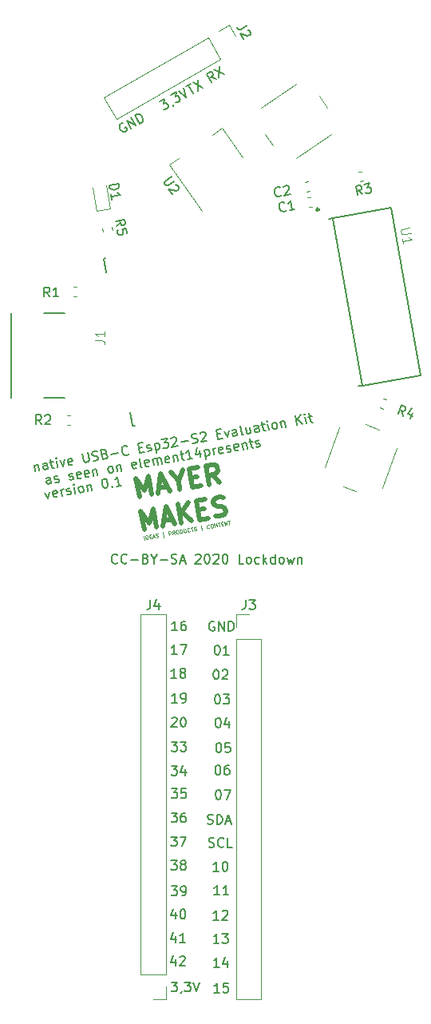
<source format=gbr>
G04 #@! TF.GenerationSoftware,KiCad,Pcbnew,5.1.5+dfsg1-2build2*
G04 #@! TF.CreationDate,2020-11-24T14:56:23+01:00*
G04 #@! TF.ProjectId,GreenEggs_and_Clem,47726565-6e45-4676-9773-5f616e645f43,v0.1*
G04 #@! TF.SameCoordinates,Original*
G04 #@! TF.FileFunction,Legend,Top*
G04 #@! TF.FilePolarity,Positive*
%FSLAX46Y46*%
G04 Gerber Fmt 4.6, Leading zero omitted, Abs format (unit mm)*
G04 Created by KiCad (PCBNEW 5.1.5+dfsg1-2build2) date 2020-11-24 14:56:23*
%MOMM*%
%LPD*%
G04 APERTURE LIST*
%ADD10C,0.150000*%
%ADD11C,0.100000*%
%ADD12C,0.500000*%
%ADD13C,0.127000*%
%ADD14C,0.300000*%
%ADD15C,0.120000*%
%ADD16C,0.015000*%
G04 APERTURE END LIST*
D10*
X135910000Y-102057142D02*
X135862380Y-102104761D01*
X135719523Y-102152380D01*
X135624285Y-102152380D01*
X135481428Y-102104761D01*
X135386190Y-102009523D01*
X135338571Y-101914285D01*
X135290952Y-101723809D01*
X135290952Y-101580952D01*
X135338571Y-101390476D01*
X135386190Y-101295238D01*
X135481428Y-101200000D01*
X135624285Y-101152380D01*
X135719523Y-101152380D01*
X135862380Y-101200000D01*
X135910000Y-101247619D01*
X136910000Y-102057142D02*
X136862380Y-102104761D01*
X136719523Y-102152380D01*
X136624285Y-102152380D01*
X136481428Y-102104761D01*
X136386190Y-102009523D01*
X136338571Y-101914285D01*
X136290952Y-101723809D01*
X136290952Y-101580952D01*
X136338571Y-101390476D01*
X136386190Y-101295238D01*
X136481428Y-101200000D01*
X136624285Y-101152380D01*
X136719523Y-101152380D01*
X136862380Y-101200000D01*
X136910000Y-101247619D01*
X137338571Y-101771428D02*
X138100476Y-101771428D01*
X138910000Y-101628571D02*
X139052857Y-101676190D01*
X139100476Y-101723809D01*
X139148095Y-101819047D01*
X139148095Y-101961904D01*
X139100476Y-102057142D01*
X139052857Y-102104761D01*
X138957619Y-102152380D01*
X138576666Y-102152380D01*
X138576666Y-101152380D01*
X138910000Y-101152380D01*
X139005238Y-101200000D01*
X139052857Y-101247619D01*
X139100476Y-101342857D01*
X139100476Y-101438095D01*
X139052857Y-101533333D01*
X139005238Y-101580952D01*
X138910000Y-101628571D01*
X138576666Y-101628571D01*
X139767142Y-101676190D02*
X139767142Y-102152380D01*
X139433809Y-101152380D02*
X139767142Y-101676190D01*
X140100476Y-101152380D01*
X140433809Y-101771428D02*
X141195714Y-101771428D01*
X141624285Y-102104761D02*
X141767142Y-102152380D01*
X142005238Y-102152380D01*
X142100476Y-102104761D01*
X142148095Y-102057142D01*
X142195714Y-101961904D01*
X142195714Y-101866666D01*
X142148095Y-101771428D01*
X142100476Y-101723809D01*
X142005238Y-101676190D01*
X141814761Y-101628571D01*
X141719523Y-101580952D01*
X141671904Y-101533333D01*
X141624285Y-101438095D01*
X141624285Y-101342857D01*
X141671904Y-101247619D01*
X141719523Y-101200000D01*
X141814761Y-101152380D01*
X142052857Y-101152380D01*
X142195714Y-101200000D01*
X142576666Y-101866666D02*
X143052857Y-101866666D01*
X142481428Y-102152380D02*
X142814761Y-101152380D01*
X143148095Y-102152380D01*
X144195714Y-101247619D02*
X144243333Y-101200000D01*
X144338571Y-101152380D01*
X144576666Y-101152380D01*
X144671904Y-101200000D01*
X144719523Y-101247619D01*
X144767142Y-101342857D01*
X144767142Y-101438095D01*
X144719523Y-101580952D01*
X144148095Y-102152380D01*
X144767142Y-102152380D01*
X145386190Y-101152380D02*
X145481428Y-101152380D01*
X145576666Y-101200000D01*
X145624285Y-101247619D01*
X145671904Y-101342857D01*
X145719523Y-101533333D01*
X145719523Y-101771428D01*
X145671904Y-101961904D01*
X145624285Y-102057142D01*
X145576666Y-102104761D01*
X145481428Y-102152380D01*
X145386190Y-102152380D01*
X145290952Y-102104761D01*
X145243333Y-102057142D01*
X145195714Y-101961904D01*
X145148095Y-101771428D01*
X145148095Y-101533333D01*
X145195714Y-101342857D01*
X145243333Y-101247619D01*
X145290952Y-101200000D01*
X145386190Y-101152380D01*
X146100476Y-101247619D02*
X146148095Y-101200000D01*
X146243333Y-101152380D01*
X146481428Y-101152380D01*
X146576666Y-101200000D01*
X146624285Y-101247619D01*
X146671904Y-101342857D01*
X146671904Y-101438095D01*
X146624285Y-101580952D01*
X146052857Y-102152380D01*
X146671904Y-102152380D01*
X147290952Y-101152380D02*
X147386190Y-101152380D01*
X147481428Y-101200000D01*
X147529047Y-101247619D01*
X147576666Y-101342857D01*
X147624285Y-101533333D01*
X147624285Y-101771428D01*
X147576666Y-101961904D01*
X147529047Y-102057142D01*
X147481428Y-102104761D01*
X147386190Y-102152380D01*
X147290952Y-102152380D01*
X147195714Y-102104761D01*
X147148095Y-102057142D01*
X147100476Y-101961904D01*
X147052857Y-101771428D01*
X147052857Y-101533333D01*
X147100476Y-101342857D01*
X147148095Y-101247619D01*
X147195714Y-101200000D01*
X147290952Y-101152380D01*
X149290952Y-102152380D02*
X148814761Y-102152380D01*
X148814761Y-101152380D01*
X149767142Y-102152380D02*
X149671904Y-102104761D01*
X149624285Y-102057142D01*
X149576666Y-101961904D01*
X149576666Y-101676190D01*
X149624285Y-101580952D01*
X149671904Y-101533333D01*
X149767142Y-101485714D01*
X149910000Y-101485714D01*
X150005238Y-101533333D01*
X150052857Y-101580952D01*
X150100476Y-101676190D01*
X150100476Y-101961904D01*
X150052857Y-102057142D01*
X150005238Y-102104761D01*
X149910000Y-102152380D01*
X149767142Y-102152380D01*
X150957619Y-102104761D02*
X150862380Y-102152380D01*
X150671904Y-102152380D01*
X150576666Y-102104761D01*
X150529047Y-102057142D01*
X150481428Y-101961904D01*
X150481428Y-101676190D01*
X150529047Y-101580952D01*
X150576666Y-101533333D01*
X150671904Y-101485714D01*
X150862380Y-101485714D01*
X150957619Y-101533333D01*
X151386190Y-102152380D02*
X151386190Y-101152380D01*
X151481428Y-101771428D02*
X151767142Y-102152380D01*
X151767142Y-101485714D02*
X151386190Y-101866666D01*
X152624285Y-102152380D02*
X152624285Y-101152380D01*
X152624285Y-102104761D02*
X152529047Y-102152380D01*
X152338571Y-102152380D01*
X152243333Y-102104761D01*
X152195714Y-102057142D01*
X152148095Y-101961904D01*
X152148095Y-101676190D01*
X152195714Y-101580952D01*
X152243333Y-101533333D01*
X152338571Y-101485714D01*
X152529047Y-101485714D01*
X152624285Y-101533333D01*
X153243333Y-102152380D02*
X153148095Y-102104761D01*
X153100476Y-102057142D01*
X153052857Y-101961904D01*
X153052857Y-101676190D01*
X153100476Y-101580952D01*
X153148095Y-101533333D01*
X153243333Y-101485714D01*
X153386190Y-101485714D01*
X153481428Y-101533333D01*
X153529047Y-101580952D01*
X153576666Y-101676190D01*
X153576666Y-101961904D01*
X153529047Y-102057142D01*
X153481428Y-102104761D01*
X153386190Y-102152380D01*
X153243333Y-102152380D01*
X153909999Y-101485714D02*
X154100476Y-102152380D01*
X154290952Y-101676190D01*
X154481428Y-102152380D01*
X154671904Y-101485714D01*
X155052857Y-101485714D02*
X155052857Y-102152380D01*
X155052857Y-101580952D02*
X155100476Y-101533333D01*
X155195714Y-101485714D01*
X155338571Y-101485714D01*
X155433809Y-101533333D01*
X155481428Y-101628571D01*
X155481428Y-102152380D01*
D11*
X138761927Y-99608638D02*
X138692467Y-99214715D01*
X138949509Y-99575562D02*
X138880050Y-99181639D01*
X138973841Y-99165101D01*
X139033423Y-99173937D01*
X139077555Y-99204838D01*
X139102929Y-99239047D01*
X139134917Y-99310772D01*
X139144840Y-99367047D01*
X139139312Y-99445388D01*
X139127169Y-99486212D01*
X139096268Y-99530343D01*
X139043300Y-99559024D01*
X138949509Y-99575562D01*
X139307049Y-99299762D02*
X139438357Y-99276609D01*
X139531015Y-99473027D02*
X139343432Y-99506103D01*
X139273973Y-99112180D01*
X139461555Y-99079104D01*
X139661235Y-99334017D02*
X139848818Y-99300941D01*
X139643564Y-99453182D02*
X139705413Y-99036106D01*
X139906180Y-99406876D01*
X140015421Y-99368272D02*
X140075004Y-99377107D01*
X140168795Y-99360569D01*
X140203004Y-99335196D01*
X140218455Y-99313130D01*
X140230598Y-99272306D01*
X140223982Y-99234790D01*
X140198609Y-99200581D01*
X140176543Y-99185130D01*
X140135719Y-99172987D01*
X140057379Y-99167459D01*
X140016555Y-99155316D01*
X139994489Y-99139865D01*
X139969115Y-99105656D01*
X139962500Y-99068140D01*
X139974643Y-99027316D01*
X139990094Y-99005250D01*
X140024303Y-98979877D01*
X140118094Y-98963339D01*
X140177676Y-98972174D01*
X140829728Y-99379419D02*
X140730501Y-98816672D01*
X141388081Y-99145576D02*
X141318622Y-98751653D01*
X141468687Y-98725193D01*
X141509512Y-98737336D01*
X141531577Y-98752786D01*
X141556951Y-98786995D01*
X141566874Y-98843270D01*
X141554730Y-98884094D01*
X141539280Y-98906160D01*
X141505071Y-98931533D01*
X141355005Y-98957994D01*
X142007103Y-99036426D02*
X141842719Y-98871997D01*
X141782004Y-99076117D02*
X141712545Y-98682194D01*
X141862611Y-98655733D01*
X141903435Y-98667876D01*
X141925500Y-98683327D01*
X141950874Y-98717536D01*
X141960797Y-98773811D01*
X141948654Y-98814635D01*
X141933203Y-98836701D01*
X141898994Y-98862074D01*
X141748928Y-98888535D01*
X142181501Y-98599504D02*
X142256534Y-98586274D01*
X142297358Y-98598417D01*
X142341489Y-98629318D01*
X142373478Y-98701044D01*
X142396631Y-98832352D01*
X142391103Y-98910692D01*
X142360202Y-98954824D01*
X142325993Y-98980197D01*
X142250960Y-98993428D01*
X142210136Y-98981284D01*
X142166004Y-98950383D01*
X142134016Y-98878658D01*
X142110863Y-98747350D01*
X142116390Y-98669009D01*
X142147292Y-98624878D01*
X142181501Y-98599504D01*
X142588608Y-98933891D02*
X142519149Y-98539968D01*
X142612940Y-98523430D01*
X142672523Y-98532265D01*
X142716654Y-98563167D01*
X142742028Y-98597376D01*
X142774016Y-98669101D01*
X142783939Y-98725376D01*
X142778411Y-98803716D01*
X142766268Y-98844540D01*
X142735367Y-98888672D01*
X142682400Y-98917353D01*
X142588608Y-98933891D01*
X142913072Y-98470509D02*
X142969301Y-98789399D01*
X142994674Y-98823608D01*
X143016740Y-98839058D01*
X143057564Y-98851201D01*
X143132597Y-98837971D01*
X143166806Y-98812598D01*
X143182257Y-98790532D01*
X143194400Y-98749708D01*
X143138171Y-98430818D01*
X143613697Y-98714457D02*
X143598246Y-98736523D01*
X143545279Y-98765204D01*
X143507762Y-98771819D01*
X143448180Y-98762984D01*
X143404048Y-98732083D01*
X143378675Y-98697874D01*
X143346686Y-98626148D01*
X143336764Y-98569874D01*
X143342291Y-98491533D01*
X143354434Y-98450709D01*
X143385336Y-98406577D01*
X143438303Y-98377896D01*
X143475819Y-98371281D01*
X143535402Y-98380117D01*
X143557468Y-98395567D01*
X143663402Y-98338205D02*
X143888501Y-98298514D01*
X143845411Y-98712283D02*
X143775951Y-98318360D01*
X144067202Y-98653834D02*
X144126784Y-98662669D01*
X144220575Y-98646131D01*
X144254784Y-98620758D01*
X144270235Y-98598692D01*
X144282378Y-98557868D01*
X144275763Y-98520351D01*
X144250390Y-98486142D01*
X144228324Y-98470692D01*
X144187500Y-98458549D01*
X144109159Y-98453021D01*
X144068335Y-98440878D01*
X144046269Y-98425427D01*
X144020896Y-98391218D01*
X144014281Y-98353702D01*
X144026424Y-98312878D01*
X144041874Y-98290812D01*
X144076083Y-98265438D01*
X144169874Y-98248900D01*
X144229457Y-98257736D01*
X144881509Y-98664981D02*
X144782281Y-98102234D01*
X145658345Y-98353931D02*
X145642894Y-98375997D01*
X145589927Y-98404678D01*
X145552411Y-98411293D01*
X145492828Y-98402457D01*
X145448697Y-98371556D01*
X145423323Y-98337347D01*
X145391335Y-98265622D01*
X145381412Y-98209347D01*
X145386940Y-98131006D01*
X145399083Y-98090182D01*
X145429984Y-98046051D01*
X145482951Y-98017370D01*
X145520468Y-98010754D01*
X145580050Y-98019590D01*
X145602116Y-98035041D01*
X145839358Y-97954525D02*
X145914391Y-97941295D01*
X145955215Y-97953438D01*
X145999347Y-97984340D01*
X146031335Y-98056065D01*
X146054488Y-98187373D01*
X146048961Y-98265713D01*
X146018059Y-98309845D01*
X145983850Y-98335218D01*
X145908817Y-98348449D01*
X145867993Y-98336306D01*
X145823862Y-98305404D01*
X145791873Y-98233679D01*
X145768720Y-98102371D01*
X145774248Y-98024031D01*
X145805149Y-97979899D01*
X145839358Y-97954525D01*
X146246466Y-98288912D02*
X146177006Y-97894989D01*
X146471565Y-98249221D01*
X146402105Y-97855298D01*
X146533413Y-97832145D02*
X146758512Y-97792454D01*
X146715422Y-98206222D02*
X146645962Y-97812299D01*
X146922895Y-97956883D02*
X147054203Y-97933730D01*
X147146861Y-98130148D02*
X146959279Y-98163224D01*
X146889820Y-97769301D01*
X147077402Y-97736225D01*
X147315686Y-98100380D02*
X147246226Y-97706457D01*
X147540784Y-98060689D01*
X147471325Y-97666766D01*
X147602633Y-97643613D02*
X147827732Y-97603922D01*
X147784642Y-98017690D02*
X147715182Y-97623767D01*
D12*
X138232621Y-95071809D02*
X137885325Y-93102193D01*
X138789932Y-94393296D01*
X139198402Y-92870662D01*
X139545698Y-94840278D01*
X140290592Y-94128689D02*
X141228504Y-93963310D01*
X140202237Y-94724512D02*
X140511479Y-92639131D01*
X141515314Y-94492981D01*
X142381638Y-93373152D02*
X142547017Y-94311064D01*
X141543182Y-92457214D02*
X142381638Y-93373152D01*
X142856259Y-92225683D01*
X143678177Y-93047830D02*
X144334715Y-92932064D01*
X144798006Y-93914154D02*
X143860094Y-94079533D01*
X143512798Y-92109918D01*
X144450710Y-91944538D01*
X146767622Y-93566858D02*
X145945704Y-92744711D01*
X145642127Y-93765313D02*
X145294831Y-91795697D01*
X146045160Y-91663394D01*
X146249281Y-91724109D01*
X146359610Y-91801362D01*
X146486477Y-91972407D01*
X146536091Y-92253781D01*
X146475375Y-92457901D01*
X146398122Y-92568230D01*
X146227078Y-92695097D01*
X145476748Y-92827401D01*
X138746599Y-98535173D02*
X138399303Y-96565558D01*
X139303910Y-97856661D01*
X139712380Y-96334027D01*
X140059676Y-98303643D01*
X140804569Y-97592054D02*
X141742481Y-97426675D01*
X140716214Y-98187877D02*
X141025457Y-96102496D01*
X142029291Y-97956346D01*
X142685830Y-97840581D02*
X142338534Y-95870965D01*
X143811324Y-97642126D02*
X142768748Y-96665472D01*
X143464028Y-95672510D02*
X142536989Y-96996460D01*
X144473528Y-96461581D02*
X145130067Y-96345816D01*
X145593358Y-97327905D02*
X144655445Y-97493284D01*
X144308149Y-95523669D01*
X145246061Y-95358290D01*
X146327149Y-97101811D02*
X146625061Y-97145988D01*
X147094017Y-97063298D01*
X147265061Y-96936431D01*
X147342315Y-96826102D01*
X147403030Y-96621982D01*
X147369954Y-96434399D01*
X147243087Y-96263355D01*
X147132758Y-96186102D01*
X146928638Y-96125386D01*
X146536935Y-96097747D01*
X146332815Y-96037031D01*
X146222485Y-95959778D01*
X146095618Y-95788734D01*
X146062543Y-95601151D01*
X146123258Y-95397031D01*
X146200511Y-95286702D01*
X146371556Y-95159835D01*
X146840512Y-95077145D01*
X147138423Y-95121322D01*
D10*
X128219767Y-94610100D02*
X128570010Y-95225294D01*
X128688723Y-94527410D01*
X129546549Y-95004750D02*
X129461027Y-95068183D01*
X129273445Y-95101259D01*
X129171384Y-95070901D01*
X129107951Y-94985379D01*
X129041799Y-94610214D01*
X129072157Y-94508154D01*
X129157679Y-94444721D01*
X129345262Y-94411645D01*
X129447322Y-94442003D01*
X129510755Y-94527525D01*
X129527293Y-94621316D01*
X129074875Y-94797797D01*
X130023774Y-94968956D02*
X129908009Y-94312417D01*
X129941085Y-94500000D02*
X129971442Y-94397940D01*
X130010069Y-94342775D01*
X130095591Y-94279341D01*
X130189382Y-94262804D01*
X130578253Y-94822833D02*
X130680313Y-94853190D01*
X130867895Y-94820115D01*
X130953417Y-94756681D01*
X130983775Y-94654621D01*
X130975506Y-94607725D01*
X130912073Y-94522203D01*
X130810012Y-94491845D01*
X130669326Y-94516652D01*
X130567265Y-94486294D01*
X130503832Y-94400772D01*
X130495563Y-94353877D01*
X130525921Y-94251816D01*
X130611443Y-94188383D01*
X130752130Y-94163576D01*
X130854190Y-94193934D01*
X131430642Y-94720887D02*
X131314877Y-94064348D01*
X131256994Y-93736079D02*
X131218368Y-93791244D01*
X131273532Y-93829870D01*
X131312159Y-93774706D01*
X131256994Y-93736079D01*
X131273532Y-93829870D01*
X132040285Y-94613390D02*
X131938225Y-94583033D01*
X131883061Y-94544406D01*
X131819627Y-94458884D01*
X131770013Y-94177510D01*
X131800371Y-94075450D01*
X131838998Y-94020286D01*
X131924520Y-93956852D01*
X132065207Y-93932045D01*
X132167267Y-93962403D01*
X132222431Y-94001029D01*
X132285865Y-94086552D01*
X132335479Y-94367925D01*
X132305121Y-94469986D01*
X132266494Y-94525150D01*
X132180972Y-94588584D01*
X132040285Y-94613390D01*
X132674850Y-93824549D02*
X132790615Y-94481087D01*
X132691388Y-93918340D02*
X132730014Y-93863175D01*
X132815536Y-93799742D01*
X132956223Y-93774935D01*
X133058283Y-93805293D01*
X133121717Y-93890815D01*
X133212676Y-94406666D01*
X134445896Y-93173790D02*
X134539687Y-93157252D01*
X134641747Y-93187610D01*
X134696912Y-93226236D01*
X134760345Y-93311759D01*
X134840317Y-93491072D01*
X134881661Y-93725550D01*
X134867842Y-93921401D01*
X134837484Y-94023462D01*
X134798857Y-94078626D01*
X134713335Y-94142060D01*
X134619544Y-94158598D01*
X134517484Y-94128240D01*
X134462319Y-94089613D01*
X134398886Y-94004091D01*
X134318914Y-93824778D01*
X134277569Y-93590300D01*
X134291389Y-93394448D01*
X134321747Y-93292388D01*
X134360373Y-93237223D01*
X134445896Y-93173790D01*
X135353336Y-93932503D02*
X135408500Y-93971130D01*
X135369873Y-94026294D01*
X135314709Y-93987668D01*
X135353336Y-93932503D01*
X135369873Y-94026294D01*
X136354681Y-93852646D02*
X135791934Y-93951874D01*
X136073308Y-93902260D02*
X135899659Y-92917452D01*
X135830675Y-93074677D01*
X135753422Y-93185006D01*
X135667900Y-93248440D01*
X128892222Y-93639772D02*
X128801263Y-93123921D01*
X128737829Y-93038398D01*
X128635769Y-93008041D01*
X128448187Y-93041116D01*
X128362665Y-93104550D01*
X128883953Y-93592877D02*
X128798430Y-93656310D01*
X128563952Y-93697655D01*
X128461892Y-93667297D01*
X128398459Y-93581775D01*
X128381921Y-93487984D01*
X128412278Y-93385924D01*
X128497801Y-93322490D01*
X128732279Y-93281145D01*
X128817801Y-93217712D01*
X129306013Y-93518456D02*
X129408073Y-93548814D01*
X129595656Y-93515738D01*
X129681178Y-93452304D01*
X129711536Y-93350244D01*
X129703267Y-93303348D01*
X129639833Y-93217826D01*
X129537773Y-93187469D01*
X129397086Y-93212275D01*
X129295026Y-93181918D01*
X129231592Y-93096395D01*
X129223323Y-93049500D01*
X129253681Y-92947440D01*
X129339203Y-92884006D01*
X129479890Y-92859199D01*
X129581950Y-92889557D01*
X130853568Y-93245580D02*
X130955628Y-93275938D01*
X131143211Y-93242862D01*
X131228733Y-93179429D01*
X131259091Y-93077368D01*
X131250822Y-93030473D01*
X131187388Y-92944951D01*
X131085328Y-92914593D01*
X130944641Y-92939400D01*
X130842581Y-92909042D01*
X130779147Y-92823520D01*
X130770878Y-92776624D01*
X130801236Y-92674564D01*
X130886758Y-92611130D01*
X131027445Y-92586324D01*
X131129505Y-92616681D01*
X132072854Y-93030587D02*
X131987332Y-93094021D01*
X131799749Y-93127097D01*
X131697689Y-93096739D01*
X131634255Y-93011217D01*
X131568104Y-92636052D01*
X131598461Y-92533992D01*
X131683984Y-92470558D01*
X131871566Y-92437482D01*
X131973626Y-92467840D01*
X132037060Y-92553362D01*
X132053598Y-92647153D01*
X131601180Y-92823634D01*
X132916975Y-92881746D02*
X132831453Y-92945179D01*
X132643870Y-92978255D01*
X132541810Y-92947898D01*
X132478376Y-92862375D01*
X132412225Y-92487211D01*
X132442582Y-92385150D01*
X132528105Y-92321717D01*
X132715687Y-92288641D01*
X132817747Y-92318999D01*
X132881181Y-92404521D01*
X132897719Y-92498312D01*
X132445301Y-92674793D01*
X133278434Y-92189413D02*
X133394200Y-92845952D01*
X133294972Y-92283205D02*
X133333599Y-92228040D01*
X133419121Y-92164607D01*
X133559808Y-92139800D01*
X133661868Y-92170157D01*
X133725302Y-92255680D01*
X133816260Y-92771531D01*
X135176233Y-92531731D02*
X135074173Y-92501374D01*
X135019008Y-92462747D01*
X134955575Y-92377225D01*
X134905961Y-92095851D01*
X134936319Y-91993791D01*
X134974945Y-91938626D01*
X135060467Y-91875193D01*
X135201154Y-91850386D01*
X135303214Y-91880744D01*
X135358379Y-91919370D01*
X135421813Y-92004893D01*
X135471426Y-92286266D01*
X135441069Y-92388326D01*
X135402442Y-92443491D01*
X135316920Y-92506925D01*
X135176233Y-92531731D01*
X135810797Y-91742890D02*
X135926563Y-92399428D01*
X135827335Y-91836681D02*
X135865962Y-91781516D01*
X135951484Y-91718083D01*
X136092171Y-91693276D01*
X136194231Y-91723633D01*
X136257665Y-91809156D01*
X136348623Y-92325007D01*
X137934805Y-91996967D02*
X137849283Y-92060401D01*
X137661700Y-92093477D01*
X137559640Y-92063119D01*
X137496206Y-91977597D01*
X137430055Y-91602432D01*
X137460412Y-91500372D01*
X137545935Y-91436938D01*
X137733517Y-91403862D01*
X137835577Y-91434220D01*
X137899011Y-91519742D01*
X137915549Y-91613533D01*
X137463131Y-91790014D01*
X138552717Y-91936366D02*
X138450656Y-91906009D01*
X138387223Y-91820486D01*
X138238382Y-90976365D01*
X139294777Y-91757167D02*
X139209255Y-91820601D01*
X139021673Y-91853677D01*
X138919613Y-91823319D01*
X138856179Y-91737797D01*
X138790027Y-91362632D01*
X138820385Y-91260572D01*
X138905907Y-91197138D01*
X139093490Y-91164062D01*
X139195550Y-91194420D01*
X139258983Y-91279942D01*
X139275521Y-91373733D01*
X138823103Y-91550214D01*
X139772002Y-91721373D02*
X139656237Y-91064835D01*
X139672775Y-91158626D02*
X139711402Y-91103461D01*
X139796924Y-91040028D01*
X139937611Y-91015221D01*
X140039671Y-91045579D01*
X140103104Y-91131101D01*
X140194063Y-91646953D01*
X140103104Y-91131101D02*
X140133462Y-91029041D01*
X140218984Y-90965607D01*
X140359671Y-90940800D01*
X140461731Y-90971158D01*
X140525165Y-91056680D01*
X140616123Y-91572532D01*
X141451975Y-91376795D02*
X141366453Y-91440229D01*
X141178871Y-91473304D01*
X141076810Y-91442947D01*
X141013377Y-91357425D01*
X140947225Y-90982260D01*
X140977583Y-90880199D01*
X141063105Y-90816766D01*
X141250688Y-90783690D01*
X141352748Y-90814048D01*
X141416181Y-90899570D01*
X141432719Y-90993361D01*
X140980301Y-91169842D01*
X141813435Y-90684463D02*
X141929200Y-91341001D01*
X141829973Y-90778254D02*
X141868599Y-90723089D01*
X141954122Y-90659656D01*
X142094809Y-90634849D01*
X142196869Y-90665207D01*
X142260302Y-90750729D01*
X142351261Y-91266580D01*
X142563765Y-90552159D02*
X142938929Y-90486008D01*
X142646569Y-90199083D02*
X142795410Y-91043204D01*
X142858844Y-91128726D01*
X142960904Y-91159084D01*
X143054695Y-91142546D01*
X143898816Y-90993705D02*
X143336069Y-91092932D01*
X143617442Y-91043318D02*
X143443794Y-90058511D01*
X143374810Y-90215735D01*
X143297556Y-90326065D01*
X143212034Y-90389498D01*
X144627171Y-90188325D02*
X144742937Y-90844863D01*
X144326542Y-89854505D02*
X144216098Y-90599284D01*
X144825741Y-90491787D01*
X145143023Y-90097366D02*
X145316671Y-91082174D01*
X145151292Y-90144262D02*
X145236814Y-90080828D01*
X145424397Y-90047753D01*
X145526457Y-90078110D01*
X145581621Y-90116737D01*
X145645055Y-90202259D01*
X145694669Y-90483633D01*
X145664311Y-90585693D01*
X145625684Y-90640858D01*
X145540162Y-90704291D01*
X145352580Y-90737367D01*
X145250520Y-90707009D01*
X146149805Y-90596795D02*
X146034040Y-89940256D01*
X146067115Y-90127839D02*
X146097473Y-90025778D01*
X146136100Y-89970614D01*
X146221622Y-89907180D01*
X146315413Y-89890642D01*
X147126344Y-90376251D02*
X147040822Y-90439684D01*
X146853239Y-90472760D01*
X146751179Y-90442403D01*
X146687745Y-90356880D01*
X146621594Y-89981715D01*
X146651951Y-89879655D01*
X146737474Y-89816222D01*
X146925056Y-89783146D01*
X147027116Y-89813504D01*
X147090550Y-89899026D01*
X147107088Y-89992817D01*
X146654670Y-90169298D01*
X147548404Y-90301830D02*
X147650464Y-90332188D01*
X147838047Y-90299112D01*
X147923569Y-90235678D01*
X147953927Y-90133618D01*
X147945658Y-90086723D01*
X147882224Y-90001200D01*
X147780164Y-89970843D01*
X147639477Y-89995650D01*
X147537417Y-89965292D01*
X147473984Y-89879770D01*
X147465715Y-89832874D01*
X147496072Y-89730814D01*
X147581595Y-89667380D01*
X147722281Y-89642574D01*
X147824342Y-89672931D01*
X148767690Y-90086837D02*
X148682168Y-90150271D01*
X148494585Y-90183347D01*
X148392525Y-90152989D01*
X148329092Y-90067467D01*
X148262940Y-89692302D01*
X148293298Y-89590242D01*
X148378820Y-89526808D01*
X148566402Y-89493732D01*
X148668463Y-89524090D01*
X148731896Y-89609612D01*
X148748434Y-89703403D01*
X148296016Y-89879884D01*
X149129150Y-89394505D02*
X149244915Y-90051043D01*
X149145688Y-89488296D02*
X149184314Y-89433131D01*
X149269836Y-89369698D01*
X149410523Y-89344891D01*
X149512583Y-89375249D01*
X149576017Y-89460771D01*
X149666976Y-89976623D01*
X149879479Y-89262201D02*
X150254644Y-89196050D01*
X149962283Y-88909125D02*
X150111125Y-89753246D01*
X150174558Y-89838768D01*
X150276618Y-89869126D01*
X150370410Y-89852588D01*
X150643514Y-89756079D02*
X150745575Y-89786436D01*
X150933157Y-89753361D01*
X151018679Y-89689927D01*
X151049037Y-89587867D01*
X151040768Y-89540971D01*
X150977334Y-89455449D01*
X150875274Y-89425091D01*
X150734587Y-89449898D01*
X150632527Y-89419541D01*
X150569094Y-89334018D01*
X150560825Y-89287123D01*
X150591182Y-89185063D01*
X150676705Y-89121629D01*
X150817392Y-89096822D01*
X150919452Y-89127180D01*
X127092747Y-91699171D02*
X127208512Y-92355710D01*
X127109285Y-91792962D02*
X127147912Y-91737798D01*
X127233434Y-91674364D01*
X127374121Y-91649557D01*
X127476181Y-91679915D01*
X127539614Y-91765437D01*
X127630573Y-92281289D01*
X128521589Y-92124179D02*
X128430631Y-91608327D01*
X128367197Y-91522805D01*
X128265137Y-91492447D01*
X128077555Y-91525523D01*
X127992033Y-91588957D01*
X128513321Y-92077283D02*
X128427798Y-92140717D01*
X128193320Y-92182062D01*
X128091260Y-92151704D01*
X128027827Y-92066182D01*
X128011289Y-91972390D01*
X128041646Y-91870330D01*
X128127169Y-91806897D01*
X128361647Y-91765552D01*
X128447169Y-91702118D01*
X128734093Y-91409758D02*
X129109258Y-91343606D01*
X128816897Y-91056681D02*
X128965739Y-91900802D01*
X129029172Y-91986325D01*
X129131232Y-92016682D01*
X129225024Y-92000144D01*
X129553293Y-91942262D02*
X129437527Y-91285723D01*
X129379645Y-90957454D02*
X129341018Y-91012618D01*
X129396183Y-91051245D01*
X129434809Y-90996081D01*
X129379645Y-90957454D01*
X129396183Y-91051245D01*
X129812692Y-91219571D02*
X130162936Y-91834765D01*
X130281648Y-91136882D01*
X131139475Y-91614221D02*
X131053952Y-91677655D01*
X130866370Y-91710731D01*
X130764310Y-91680373D01*
X130700876Y-91594851D01*
X130634724Y-91219686D01*
X130665082Y-91117626D01*
X130750604Y-91054192D01*
X130938187Y-91021116D01*
X131040247Y-91051474D01*
X131103681Y-91136996D01*
X131120218Y-91230788D01*
X130667800Y-91407268D01*
X132193381Y-90461316D02*
X132333953Y-91258542D01*
X132397387Y-91344064D01*
X132452552Y-91382690D01*
X132554612Y-91413048D01*
X132742194Y-91379972D01*
X132827716Y-91316539D01*
X132866343Y-91261374D01*
X132896701Y-91159314D01*
X132756128Y-90362089D01*
X133343568Y-91225580D02*
X133492524Y-91247669D01*
X133727002Y-91206324D01*
X133812524Y-91142891D01*
X133851151Y-91087726D01*
X133881508Y-90985666D01*
X133864971Y-90891875D01*
X133801537Y-90806352D01*
X133746372Y-90767726D01*
X133644312Y-90737368D01*
X133448461Y-90723548D01*
X133346401Y-90693191D01*
X133291236Y-90654564D01*
X133227803Y-90569042D01*
X133211265Y-90475251D01*
X133241622Y-90373190D01*
X133280249Y-90318026D01*
X133365771Y-90254592D01*
X133600249Y-90213247D01*
X133749205Y-90235336D01*
X134573955Y-90525093D02*
X134722911Y-90547182D01*
X134778076Y-90585809D01*
X134841509Y-90671331D01*
X134866316Y-90812018D01*
X134835959Y-90914078D01*
X134797332Y-90969242D01*
X134711810Y-91032676D01*
X134336645Y-91098828D01*
X134162997Y-90114020D01*
X134491266Y-90056137D01*
X134593326Y-90086495D01*
X134648491Y-90125122D01*
X134711924Y-90210644D01*
X134728462Y-90304435D01*
X134698104Y-90406495D01*
X134659478Y-90461660D01*
X134573955Y-90525093D01*
X134245686Y-90582976D01*
X135255301Y-90550015D02*
X136005631Y-90417711D01*
X137086948Y-90517168D02*
X137048321Y-90572332D01*
X136915903Y-90644035D01*
X136822112Y-90660573D01*
X136673156Y-90638484D01*
X136562827Y-90561231D01*
X136499394Y-90475708D01*
X136419422Y-90296395D01*
X136394615Y-90155708D01*
X136408435Y-89959857D01*
X136438793Y-89857797D01*
X136516046Y-89747467D01*
X136648464Y-89675765D01*
X136742255Y-89659227D01*
X136891211Y-89681316D01*
X136946375Y-89719942D01*
X138184917Y-89888383D02*
X138513186Y-89830501D01*
X138744832Y-90321545D02*
X138275876Y-90404235D01*
X138102228Y-89419427D01*
X138571184Y-89336738D01*
X139111728Y-90208498D02*
X139213788Y-90238856D01*
X139401370Y-90205780D01*
X139486893Y-90142346D01*
X139517250Y-90040286D01*
X139508981Y-89993391D01*
X139445548Y-89907868D01*
X139343488Y-89877511D01*
X139202801Y-89902318D01*
X139100741Y-89871960D01*
X139037307Y-89786438D01*
X139029038Y-89739542D01*
X139059396Y-89637482D01*
X139144918Y-89574048D01*
X139285605Y-89549241D01*
X139387665Y-89579599D01*
X139848352Y-89450014D02*
X140022000Y-90434822D01*
X139856621Y-89496909D02*
X139942143Y-89433476D01*
X140129726Y-89400400D01*
X140231786Y-89430758D01*
X140286951Y-89469384D01*
X140350384Y-89554907D01*
X140399998Y-89836280D01*
X140369640Y-89938341D01*
X140331014Y-89993505D01*
X140245491Y-90056939D01*
X140057909Y-90090014D01*
X139955849Y-90059657D01*
X140587695Y-88981172D02*
X141197338Y-88873676D01*
X140935220Y-89306723D01*
X141075907Y-89281916D01*
X141177967Y-89312274D01*
X141233132Y-89350901D01*
X141296565Y-89436423D01*
X141337910Y-89670901D01*
X141307552Y-89772961D01*
X141268926Y-89828126D01*
X141183403Y-89891559D01*
X140902030Y-89941173D01*
X140799970Y-89910815D01*
X140744805Y-89872189D01*
X141589040Y-88901315D02*
X141627667Y-88846151D01*
X141713189Y-88782717D01*
X141947667Y-88741372D01*
X142049728Y-88771730D01*
X142104892Y-88810357D01*
X142168326Y-88895879D01*
X142184864Y-88989670D01*
X142162775Y-89138626D01*
X141699255Y-89800601D01*
X142308898Y-89693104D01*
X142664807Y-89243519D02*
X143415137Y-89111215D01*
X143895080Y-89365064D02*
X144044036Y-89387153D01*
X144278514Y-89345808D01*
X144364036Y-89282374D01*
X144402662Y-89227210D01*
X144433020Y-89125150D01*
X144416482Y-89031358D01*
X144353049Y-88945836D01*
X144297884Y-88907210D01*
X144195824Y-88876852D01*
X143999973Y-88863032D01*
X143897912Y-88832674D01*
X143842748Y-88794048D01*
X143779314Y-88708526D01*
X143762776Y-88614734D01*
X143793134Y-88512674D01*
X143831761Y-88457510D01*
X143917283Y-88394076D01*
X144151761Y-88352731D01*
X144300717Y-88374820D01*
X144684151Y-88355564D02*
X144722777Y-88300399D01*
X144808299Y-88236966D01*
X145042778Y-88195621D01*
X145144838Y-88225979D01*
X145200002Y-88264605D01*
X145263436Y-88350128D01*
X145279974Y-88443919D01*
X145257885Y-88592875D01*
X144794365Y-89254849D01*
X145404008Y-89147353D01*
X146485440Y-88424777D02*
X146813709Y-88366894D01*
X147045354Y-88857939D02*
X146576398Y-88940629D01*
X146402750Y-87955821D01*
X146871706Y-87873132D01*
X147257858Y-88143518D02*
X147608102Y-88758712D01*
X147726814Y-88060828D01*
X148639805Y-88576795D02*
X148548846Y-88060943D01*
X148485413Y-87975421D01*
X148383353Y-87945063D01*
X148195770Y-87978139D01*
X148110248Y-88041572D01*
X148631536Y-88529899D02*
X148546014Y-88593333D01*
X148311536Y-88634677D01*
X148209476Y-88604320D01*
X148146042Y-88518797D01*
X148129504Y-88425006D01*
X148159862Y-88322946D01*
X148245384Y-88259512D01*
X148479862Y-88218168D01*
X148565384Y-88154734D01*
X149249448Y-88469298D02*
X149147388Y-88438940D01*
X149083954Y-88353418D01*
X148935113Y-87509297D01*
X149930908Y-87672187D02*
X150046673Y-88328726D01*
X149508847Y-87746608D02*
X149599806Y-88262460D01*
X149663239Y-88347982D01*
X149765300Y-88378340D01*
X149905986Y-88353533D01*
X149991509Y-88290099D01*
X150030135Y-88234935D01*
X150937690Y-88171616D02*
X150846731Y-87655764D01*
X150783298Y-87570242D01*
X150681238Y-87539884D01*
X150493655Y-87572960D01*
X150408133Y-87636393D01*
X150929421Y-88124720D02*
X150843899Y-88188153D01*
X150609421Y-88229498D01*
X150507360Y-88199141D01*
X150443927Y-88113618D01*
X150427389Y-88019827D01*
X150457747Y-87917767D01*
X150543269Y-87854333D01*
X150777747Y-87812989D01*
X150863269Y-87749555D01*
X151150194Y-87457194D02*
X151525358Y-87391043D01*
X151232998Y-87104118D02*
X151381839Y-87948239D01*
X151445272Y-88033761D01*
X151547333Y-88064119D01*
X151641124Y-88047581D01*
X151969393Y-87989698D02*
X151853628Y-87333160D01*
X151795745Y-87004891D02*
X151757118Y-87060055D01*
X151812283Y-87098682D01*
X151850910Y-87043517D01*
X151795745Y-87004891D01*
X151812283Y-87098682D01*
X152579036Y-87882202D02*
X152476976Y-87851844D01*
X152421811Y-87813218D01*
X152358378Y-87727695D01*
X152308764Y-87446322D01*
X152339122Y-87344261D01*
X152377748Y-87289097D01*
X152463271Y-87225663D01*
X152603957Y-87200857D01*
X152706018Y-87231214D01*
X152761182Y-87269841D01*
X152824616Y-87355363D01*
X152874229Y-87636737D01*
X152843872Y-87738797D01*
X152805245Y-87793961D01*
X152719723Y-87857395D01*
X152579036Y-87882202D01*
X153213600Y-87093360D02*
X153329366Y-87749899D01*
X153230138Y-87187151D02*
X153268765Y-87131987D01*
X153354287Y-87068553D01*
X153494974Y-87043746D01*
X153597034Y-87074104D01*
X153660468Y-87159626D01*
X153751426Y-87675478D01*
X154970712Y-87460485D02*
X154797064Y-86475677D01*
X155533459Y-87361257D02*
X155012171Y-86872931D01*
X155359811Y-86376450D02*
X154896291Y-87038424D01*
X155955520Y-87286837D02*
X155839754Y-86630298D01*
X155781872Y-86302029D02*
X155743245Y-86357194D01*
X155798410Y-86395820D01*
X155837036Y-86340656D01*
X155781872Y-86302029D01*
X155798410Y-86395820D01*
X156168024Y-86572415D02*
X156543188Y-86506264D01*
X156250828Y-86219339D02*
X156399669Y-87063460D01*
X156463102Y-87148983D01*
X156565163Y-87179340D01*
X156658954Y-87162802D01*
X140367772Y-53193843D02*
X140903882Y-52884319D01*
X140805684Y-53380900D01*
X140929401Y-53309471D01*
X141035690Y-53303092D01*
X141100738Y-53320521D01*
X141189597Y-53379191D01*
X141308644Y-53585387D01*
X141315024Y-53691675D01*
X141297594Y-53756724D01*
X141238925Y-53845582D01*
X140991489Y-53988440D01*
X140885201Y-53994819D01*
X140820152Y-53977390D01*
X141792466Y-53471010D02*
X141816276Y-53512249D01*
X141822655Y-53618537D01*
X141805225Y-53683586D01*
X141604951Y-52479557D02*
X142141062Y-52170033D01*
X142042863Y-52666614D01*
X142166581Y-52595186D01*
X142272869Y-52588806D01*
X142337918Y-52606236D01*
X142426776Y-52664905D01*
X142545824Y-52871101D01*
X142552203Y-52977390D01*
X142534774Y-53042438D01*
X142476104Y-53131297D01*
X142228669Y-53274154D01*
X142122380Y-53280534D01*
X142057332Y-53263104D01*
X142388497Y-52027176D02*
X143177173Y-52726535D01*
X142965848Y-51693843D01*
X136490171Y-55437939D02*
X136383882Y-55444319D01*
X136260165Y-55515747D01*
X136160256Y-55628415D01*
X136125397Y-55758513D01*
X136131776Y-55864801D01*
X136185775Y-56053568D01*
X136257204Y-56177286D01*
X136393681Y-56318434D01*
X136482539Y-56377103D01*
X136612637Y-56411962D01*
X136760165Y-56381773D01*
X136842643Y-56334154D01*
X136942552Y-56221486D01*
X136959981Y-56156437D01*
X136793315Y-55867762D01*
X136628357Y-55963000D01*
X137378754Y-56024630D02*
X136878754Y-55158605D01*
X137873626Y-55738916D01*
X137373626Y-54872890D01*
X138286019Y-55500821D02*
X137786019Y-54634795D01*
X137992215Y-54515747D01*
X138139743Y-54485558D01*
X138269840Y-54520418D01*
X138358699Y-54579087D01*
X138495176Y-54720235D01*
X138566605Y-54843952D01*
X138620604Y-55032719D01*
X138626983Y-55139007D01*
X138592124Y-55269105D01*
X138492215Y-55381773D01*
X138286019Y-55500821D01*
X146361852Y-50825106D02*
X145835082Y-50579380D01*
X145866981Y-51110821D02*
X145366981Y-50244795D01*
X145696895Y-50054319D01*
X145803183Y-50047939D01*
X145868232Y-50065369D01*
X145957091Y-50124038D01*
X146028519Y-50247756D01*
X146034899Y-50354044D01*
X146017469Y-50419093D01*
X145958800Y-50507951D01*
X145628886Y-50698427D01*
X146150528Y-49792414D02*
X147227878Y-50325106D01*
X146727878Y-49459081D02*
X146650528Y-50658440D01*
X143216361Y-51576700D02*
X143711233Y-51290986D01*
X143963797Y-52299868D02*
X143463797Y-51433843D01*
X143917429Y-51171938D02*
X144994780Y-51704630D01*
X144494780Y-50838605D02*
X144417429Y-52037963D01*
X141623809Y-146522380D02*
X142242857Y-146522380D01*
X141909523Y-146903333D01*
X142052380Y-146903333D01*
X142147619Y-146950952D01*
X142195238Y-146998571D01*
X142242857Y-147093809D01*
X142242857Y-147331904D01*
X142195238Y-147427142D01*
X142147619Y-147474761D01*
X142052380Y-147522380D01*
X141766666Y-147522380D01*
X141671428Y-147474761D01*
X141623809Y-147427142D01*
X142719047Y-147474761D02*
X142719047Y-147522380D01*
X142671428Y-147617619D01*
X142623809Y-147665238D01*
X143052380Y-146522380D02*
X143671428Y-146522380D01*
X143338095Y-146903333D01*
X143480952Y-146903333D01*
X143576190Y-146950952D01*
X143623809Y-146998571D01*
X143671428Y-147093809D01*
X143671428Y-147331904D01*
X143623809Y-147427142D01*
X143576190Y-147474761D01*
X143480952Y-147522380D01*
X143195238Y-147522380D01*
X143100000Y-147474761D01*
X143052380Y-147427142D01*
X143957142Y-146522380D02*
X144290476Y-147522380D01*
X144623809Y-146522380D01*
X142054285Y-144095714D02*
X142054285Y-144762380D01*
X141816190Y-143714761D02*
X141578095Y-144429047D01*
X142197142Y-144429047D01*
X142530476Y-143857619D02*
X142578095Y-143810000D01*
X142673333Y-143762380D01*
X142911428Y-143762380D01*
X143006666Y-143810000D01*
X143054285Y-143857619D01*
X143101904Y-143952857D01*
X143101904Y-144048095D01*
X143054285Y-144190952D01*
X142482857Y-144762380D01*
X143101904Y-144762380D01*
X142054285Y-141635714D02*
X142054285Y-142302380D01*
X141816190Y-141254761D02*
X141578095Y-141969047D01*
X142197142Y-141969047D01*
X143101904Y-142302380D02*
X142530476Y-142302380D01*
X142816190Y-142302380D02*
X142816190Y-141302380D01*
X142720952Y-141445238D01*
X142625714Y-141540476D01*
X142530476Y-141588095D01*
X142084285Y-139135714D02*
X142084285Y-139802380D01*
X141846190Y-138754761D02*
X141608095Y-139469047D01*
X142227142Y-139469047D01*
X142798571Y-138802380D02*
X142893809Y-138802380D01*
X142989047Y-138850000D01*
X143036666Y-138897619D01*
X143084285Y-138992857D01*
X143131904Y-139183333D01*
X143131904Y-139421428D01*
X143084285Y-139611904D01*
X143036666Y-139707142D01*
X142989047Y-139754761D01*
X142893809Y-139802380D01*
X142798571Y-139802380D01*
X142703333Y-139754761D01*
X142655714Y-139707142D01*
X142608095Y-139611904D01*
X142560476Y-139421428D01*
X142560476Y-139183333D01*
X142608095Y-138992857D01*
X142655714Y-138897619D01*
X142703333Y-138850000D01*
X142798571Y-138802380D01*
X141630476Y-136332380D02*
X142249523Y-136332380D01*
X141916190Y-136713333D01*
X142059047Y-136713333D01*
X142154285Y-136760952D01*
X142201904Y-136808571D01*
X142249523Y-136903809D01*
X142249523Y-137141904D01*
X142201904Y-137237142D01*
X142154285Y-137284761D01*
X142059047Y-137332380D01*
X141773333Y-137332380D01*
X141678095Y-137284761D01*
X141630476Y-137237142D01*
X142725714Y-137332380D02*
X142916190Y-137332380D01*
X143011428Y-137284761D01*
X143059047Y-137237142D01*
X143154285Y-137094285D01*
X143201904Y-136903809D01*
X143201904Y-136522857D01*
X143154285Y-136427619D01*
X143106666Y-136380000D01*
X143011428Y-136332380D01*
X142820952Y-136332380D01*
X142725714Y-136380000D01*
X142678095Y-136427619D01*
X142630476Y-136522857D01*
X142630476Y-136760952D01*
X142678095Y-136856190D01*
X142725714Y-136903809D01*
X142820952Y-136951428D01*
X143011428Y-136951428D01*
X143106666Y-136903809D01*
X143154285Y-136856190D01*
X143201904Y-136760952D01*
X141600476Y-133622380D02*
X142219523Y-133622380D01*
X141886190Y-134003333D01*
X142029047Y-134003333D01*
X142124285Y-134050952D01*
X142171904Y-134098571D01*
X142219523Y-134193809D01*
X142219523Y-134431904D01*
X142171904Y-134527142D01*
X142124285Y-134574761D01*
X142029047Y-134622380D01*
X141743333Y-134622380D01*
X141648095Y-134574761D01*
X141600476Y-134527142D01*
X142790952Y-134050952D02*
X142695714Y-134003333D01*
X142648095Y-133955714D01*
X142600476Y-133860476D01*
X142600476Y-133812857D01*
X142648095Y-133717619D01*
X142695714Y-133670000D01*
X142790952Y-133622380D01*
X142981428Y-133622380D01*
X143076666Y-133670000D01*
X143124285Y-133717619D01*
X143171904Y-133812857D01*
X143171904Y-133860476D01*
X143124285Y-133955714D01*
X143076666Y-134003333D01*
X142981428Y-134050952D01*
X142790952Y-134050952D01*
X142695714Y-134098571D01*
X142648095Y-134146190D01*
X142600476Y-134241428D01*
X142600476Y-134431904D01*
X142648095Y-134527142D01*
X142695714Y-134574761D01*
X142790952Y-134622380D01*
X142981428Y-134622380D01*
X143076666Y-134574761D01*
X143124285Y-134527142D01*
X143171904Y-134431904D01*
X143171904Y-134241428D01*
X143124285Y-134146190D01*
X143076666Y-134098571D01*
X142981428Y-134050952D01*
X141600476Y-131102380D02*
X142219523Y-131102380D01*
X141886190Y-131483333D01*
X142029047Y-131483333D01*
X142124285Y-131530952D01*
X142171904Y-131578571D01*
X142219523Y-131673809D01*
X142219523Y-131911904D01*
X142171904Y-132007142D01*
X142124285Y-132054761D01*
X142029047Y-132102380D01*
X141743333Y-132102380D01*
X141648095Y-132054761D01*
X141600476Y-132007142D01*
X142552857Y-131102380D02*
X143219523Y-131102380D01*
X142790952Y-132102380D01*
X141620476Y-128562380D02*
X142239523Y-128562380D01*
X141906190Y-128943333D01*
X142049047Y-128943333D01*
X142144285Y-128990952D01*
X142191904Y-129038571D01*
X142239523Y-129133809D01*
X142239523Y-129371904D01*
X142191904Y-129467142D01*
X142144285Y-129514761D01*
X142049047Y-129562380D01*
X141763333Y-129562380D01*
X141668095Y-129514761D01*
X141620476Y-129467142D01*
X143096666Y-128562380D02*
X142906190Y-128562380D01*
X142810952Y-128610000D01*
X142763333Y-128657619D01*
X142668095Y-128800476D01*
X142620476Y-128990952D01*
X142620476Y-129371904D01*
X142668095Y-129467142D01*
X142715714Y-129514761D01*
X142810952Y-129562380D01*
X143001428Y-129562380D01*
X143096666Y-129514761D01*
X143144285Y-129467142D01*
X143191904Y-129371904D01*
X143191904Y-129133809D01*
X143144285Y-129038571D01*
X143096666Y-128990952D01*
X143001428Y-128943333D01*
X142810952Y-128943333D01*
X142715714Y-128990952D01*
X142668095Y-129038571D01*
X142620476Y-129133809D01*
X141640476Y-126002380D02*
X142259523Y-126002380D01*
X141926190Y-126383333D01*
X142069047Y-126383333D01*
X142164285Y-126430952D01*
X142211904Y-126478571D01*
X142259523Y-126573809D01*
X142259523Y-126811904D01*
X142211904Y-126907142D01*
X142164285Y-126954761D01*
X142069047Y-127002380D01*
X141783333Y-127002380D01*
X141688095Y-126954761D01*
X141640476Y-126907142D01*
X143164285Y-126002380D02*
X142688095Y-126002380D01*
X142640476Y-126478571D01*
X142688095Y-126430952D01*
X142783333Y-126383333D01*
X143021428Y-126383333D01*
X143116666Y-126430952D01*
X143164285Y-126478571D01*
X143211904Y-126573809D01*
X143211904Y-126811904D01*
X143164285Y-126907142D01*
X143116666Y-126954761D01*
X143021428Y-127002380D01*
X142783333Y-127002380D01*
X142688095Y-126954761D01*
X142640476Y-126907142D01*
X141620476Y-123582380D02*
X142239523Y-123582380D01*
X141906190Y-123963333D01*
X142049047Y-123963333D01*
X142144285Y-124010952D01*
X142191904Y-124058571D01*
X142239523Y-124153809D01*
X142239523Y-124391904D01*
X142191904Y-124487142D01*
X142144285Y-124534761D01*
X142049047Y-124582380D01*
X141763333Y-124582380D01*
X141668095Y-124534761D01*
X141620476Y-124487142D01*
X143096666Y-123915714D02*
X143096666Y-124582380D01*
X142858571Y-123534761D02*
X142620476Y-124249047D01*
X143239523Y-124249047D01*
X141650476Y-121042380D02*
X142269523Y-121042380D01*
X141936190Y-121423333D01*
X142079047Y-121423333D01*
X142174285Y-121470952D01*
X142221904Y-121518571D01*
X142269523Y-121613809D01*
X142269523Y-121851904D01*
X142221904Y-121947142D01*
X142174285Y-121994761D01*
X142079047Y-122042380D01*
X141793333Y-122042380D01*
X141698095Y-121994761D01*
X141650476Y-121947142D01*
X142602857Y-121042380D02*
X143221904Y-121042380D01*
X142888571Y-121423333D01*
X143031428Y-121423333D01*
X143126666Y-121470952D01*
X143174285Y-121518571D01*
X143221904Y-121613809D01*
X143221904Y-121851904D01*
X143174285Y-121947142D01*
X143126666Y-121994761D01*
X143031428Y-122042380D01*
X142745714Y-122042380D01*
X142650476Y-121994761D01*
X142602857Y-121947142D01*
X141658095Y-118547619D02*
X141705714Y-118500000D01*
X141800952Y-118452380D01*
X142039047Y-118452380D01*
X142134285Y-118500000D01*
X142181904Y-118547619D01*
X142229523Y-118642857D01*
X142229523Y-118738095D01*
X142181904Y-118880952D01*
X141610476Y-119452380D01*
X142229523Y-119452380D01*
X142848571Y-118452380D02*
X142943809Y-118452380D01*
X143039047Y-118500000D01*
X143086666Y-118547619D01*
X143134285Y-118642857D01*
X143181904Y-118833333D01*
X143181904Y-119071428D01*
X143134285Y-119261904D01*
X143086666Y-119357142D01*
X143039047Y-119404761D01*
X142943809Y-119452380D01*
X142848571Y-119452380D01*
X142753333Y-119404761D01*
X142705714Y-119357142D01*
X142658095Y-119261904D01*
X142610476Y-119071428D01*
X142610476Y-118833333D01*
X142658095Y-118642857D01*
X142705714Y-118547619D01*
X142753333Y-118500000D01*
X142848571Y-118452380D01*
X142249523Y-116892380D02*
X141678095Y-116892380D01*
X141963809Y-116892380D02*
X141963809Y-115892380D01*
X141868571Y-116035238D01*
X141773333Y-116130476D01*
X141678095Y-116178095D01*
X142725714Y-116892380D02*
X142916190Y-116892380D01*
X143011428Y-116844761D01*
X143059047Y-116797142D01*
X143154285Y-116654285D01*
X143201904Y-116463809D01*
X143201904Y-116082857D01*
X143154285Y-115987619D01*
X143106666Y-115940000D01*
X143011428Y-115892380D01*
X142820952Y-115892380D01*
X142725714Y-115940000D01*
X142678095Y-115987619D01*
X142630476Y-116082857D01*
X142630476Y-116320952D01*
X142678095Y-116416190D01*
X142725714Y-116463809D01*
X142820952Y-116511428D01*
X143011428Y-116511428D01*
X143106666Y-116463809D01*
X143154285Y-116416190D01*
X143201904Y-116320952D01*
X142169523Y-114272380D02*
X141598095Y-114272380D01*
X141883809Y-114272380D02*
X141883809Y-113272380D01*
X141788571Y-113415238D01*
X141693333Y-113510476D01*
X141598095Y-113558095D01*
X142740952Y-113700952D02*
X142645714Y-113653333D01*
X142598095Y-113605714D01*
X142550476Y-113510476D01*
X142550476Y-113462857D01*
X142598095Y-113367619D01*
X142645714Y-113320000D01*
X142740952Y-113272380D01*
X142931428Y-113272380D01*
X143026666Y-113320000D01*
X143074285Y-113367619D01*
X143121904Y-113462857D01*
X143121904Y-113510476D01*
X143074285Y-113605714D01*
X143026666Y-113653333D01*
X142931428Y-113700952D01*
X142740952Y-113700952D01*
X142645714Y-113748571D01*
X142598095Y-113796190D01*
X142550476Y-113891428D01*
X142550476Y-114081904D01*
X142598095Y-114177142D01*
X142645714Y-114224761D01*
X142740952Y-114272380D01*
X142931428Y-114272380D01*
X143026666Y-114224761D01*
X143074285Y-114177142D01*
X143121904Y-114081904D01*
X143121904Y-113891428D01*
X143074285Y-113796190D01*
X143026666Y-113748571D01*
X142931428Y-113700952D01*
X142239523Y-111752380D02*
X141668095Y-111752380D01*
X141953809Y-111752380D02*
X141953809Y-110752380D01*
X141858571Y-110895238D01*
X141763333Y-110990476D01*
X141668095Y-111038095D01*
X142572857Y-110752380D02*
X143239523Y-110752380D01*
X142810952Y-111752380D01*
X142269523Y-109252380D02*
X141698095Y-109252380D01*
X141983809Y-109252380D02*
X141983809Y-108252380D01*
X141888571Y-108395238D01*
X141793333Y-108490476D01*
X141698095Y-108538095D01*
X143126666Y-108252380D02*
X142936190Y-108252380D01*
X142840952Y-108300000D01*
X142793333Y-108347619D01*
X142698095Y-108490476D01*
X142650476Y-108680952D01*
X142650476Y-109061904D01*
X142698095Y-109157142D01*
X142745714Y-109204761D01*
X142840952Y-109252380D01*
X143031428Y-109252380D01*
X143126666Y-109204761D01*
X143174285Y-109157142D01*
X143221904Y-109061904D01*
X143221904Y-108823809D01*
X143174285Y-108728571D01*
X143126666Y-108680952D01*
X143031428Y-108633333D01*
X142840952Y-108633333D01*
X142745714Y-108680952D01*
X142698095Y-108728571D01*
X142650476Y-108823809D01*
X146759523Y-147612380D02*
X146188095Y-147612380D01*
X146473809Y-147612380D02*
X146473809Y-146612380D01*
X146378571Y-146755238D01*
X146283333Y-146850476D01*
X146188095Y-146898095D01*
X147664285Y-146612380D02*
X147188095Y-146612380D01*
X147140476Y-147088571D01*
X147188095Y-147040952D01*
X147283333Y-146993333D01*
X147521428Y-146993333D01*
X147616666Y-147040952D01*
X147664285Y-147088571D01*
X147711904Y-147183809D01*
X147711904Y-147421904D01*
X147664285Y-147517142D01*
X147616666Y-147564761D01*
X147521428Y-147612380D01*
X147283333Y-147612380D01*
X147188095Y-147564761D01*
X147140476Y-147517142D01*
X146709523Y-144932380D02*
X146138095Y-144932380D01*
X146423809Y-144932380D02*
X146423809Y-143932380D01*
X146328571Y-144075238D01*
X146233333Y-144170476D01*
X146138095Y-144218095D01*
X147566666Y-144265714D02*
X147566666Y-144932380D01*
X147328571Y-143884761D02*
X147090476Y-144599047D01*
X147709523Y-144599047D01*
X146689523Y-142382380D02*
X146118095Y-142382380D01*
X146403809Y-142382380D02*
X146403809Y-141382380D01*
X146308571Y-141525238D01*
X146213333Y-141620476D01*
X146118095Y-141668095D01*
X147022857Y-141382380D02*
X147641904Y-141382380D01*
X147308571Y-141763333D01*
X147451428Y-141763333D01*
X147546666Y-141810952D01*
X147594285Y-141858571D01*
X147641904Y-141953809D01*
X147641904Y-142191904D01*
X147594285Y-142287142D01*
X147546666Y-142334761D01*
X147451428Y-142382380D01*
X147165714Y-142382380D01*
X147070476Y-142334761D01*
X147022857Y-142287142D01*
X146659523Y-139912380D02*
X146088095Y-139912380D01*
X146373809Y-139912380D02*
X146373809Y-138912380D01*
X146278571Y-139055238D01*
X146183333Y-139150476D01*
X146088095Y-139198095D01*
X147040476Y-139007619D02*
X147088095Y-138960000D01*
X147183333Y-138912380D01*
X147421428Y-138912380D01*
X147516666Y-138960000D01*
X147564285Y-139007619D01*
X147611904Y-139102857D01*
X147611904Y-139198095D01*
X147564285Y-139340952D01*
X146992857Y-139912380D01*
X147611904Y-139912380D01*
X146739523Y-137252380D02*
X146168095Y-137252380D01*
X146453809Y-137252380D02*
X146453809Y-136252380D01*
X146358571Y-136395238D01*
X146263333Y-136490476D01*
X146168095Y-136538095D01*
X147691904Y-137252380D02*
X147120476Y-137252380D01*
X147406190Y-137252380D02*
X147406190Y-136252380D01*
X147310952Y-136395238D01*
X147215714Y-136490476D01*
X147120476Y-136538095D01*
X146659523Y-134742380D02*
X146088095Y-134742380D01*
X146373809Y-134742380D02*
X146373809Y-133742380D01*
X146278571Y-133885238D01*
X146183333Y-133980476D01*
X146088095Y-134028095D01*
X147278571Y-133742380D02*
X147373809Y-133742380D01*
X147469047Y-133790000D01*
X147516666Y-133837619D01*
X147564285Y-133932857D01*
X147611904Y-134123333D01*
X147611904Y-134361428D01*
X147564285Y-134551904D01*
X147516666Y-134647142D01*
X147469047Y-134694761D01*
X147373809Y-134742380D01*
X147278571Y-134742380D01*
X147183333Y-134694761D01*
X147135714Y-134647142D01*
X147088095Y-134551904D01*
X147040476Y-134361428D01*
X147040476Y-134123333D01*
X147088095Y-133932857D01*
X147135714Y-133837619D01*
X147183333Y-133790000D01*
X147278571Y-133742380D01*
X145609523Y-132164761D02*
X145752380Y-132212380D01*
X145990476Y-132212380D01*
X146085714Y-132164761D01*
X146133333Y-132117142D01*
X146180952Y-132021904D01*
X146180952Y-131926666D01*
X146133333Y-131831428D01*
X146085714Y-131783809D01*
X145990476Y-131736190D01*
X145800000Y-131688571D01*
X145704761Y-131640952D01*
X145657142Y-131593333D01*
X145609523Y-131498095D01*
X145609523Y-131402857D01*
X145657142Y-131307619D01*
X145704761Y-131260000D01*
X145800000Y-131212380D01*
X146038095Y-131212380D01*
X146180952Y-131260000D01*
X147180952Y-132117142D02*
X147133333Y-132164761D01*
X146990476Y-132212380D01*
X146895238Y-132212380D01*
X146752380Y-132164761D01*
X146657142Y-132069523D01*
X146609523Y-131974285D01*
X146561904Y-131783809D01*
X146561904Y-131640952D01*
X146609523Y-131450476D01*
X146657142Y-131355238D01*
X146752380Y-131260000D01*
X146895238Y-131212380D01*
X146990476Y-131212380D01*
X147133333Y-131260000D01*
X147180952Y-131307619D01*
X148085714Y-132212380D02*
X147609523Y-132212380D01*
X147609523Y-131212380D01*
X145465714Y-129714761D02*
X145608571Y-129762380D01*
X145846666Y-129762380D01*
X145941904Y-129714761D01*
X145989523Y-129667142D01*
X146037142Y-129571904D01*
X146037142Y-129476666D01*
X145989523Y-129381428D01*
X145941904Y-129333809D01*
X145846666Y-129286190D01*
X145656190Y-129238571D01*
X145560952Y-129190952D01*
X145513333Y-129143333D01*
X145465714Y-129048095D01*
X145465714Y-128952857D01*
X145513333Y-128857619D01*
X145560952Y-128810000D01*
X145656190Y-128762380D01*
X145894285Y-128762380D01*
X146037142Y-128810000D01*
X146465714Y-129762380D02*
X146465714Y-128762380D01*
X146703809Y-128762380D01*
X146846666Y-128810000D01*
X146941904Y-128905238D01*
X146989523Y-129000476D01*
X147037142Y-129190952D01*
X147037142Y-129333809D01*
X146989523Y-129524285D01*
X146941904Y-129619523D01*
X146846666Y-129714761D01*
X146703809Y-129762380D01*
X146465714Y-129762380D01*
X147418095Y-129476666D02*
X147894285Y-129476666D01*
X147322857Y-129762380D02*
X147656190Y-128762380D01*
X147989523Y-129762380D01*
X146566190Y-126132380D02*
X146661428Y-126132380D01*
X146756666Y-126180000D01*
X146804285Y-126227619D01*
X146851904Y-126322857D01*
X146899523Y-126513333D01*
X146899523Y-126751428D01*
X146851904Y-126941904D01*
X146804285Y-127037142D01*
X146756666Y-127084761D01*
X146661428Y-127132380D01*
X146566190Y-127132380D01*
X146470952Y-127084761D01*
X146423333Y-127037142D01*
X146375714Y-126941904D01*
X146328095Y-126751428D01*
X146328095Y-126513333D01*
X146375714Y-126322857D01*
X146423333Y-126227619D01*
X146470952Y-126180000D01*
X146566190Y-126132380D01*
X147232857Y-126132380D02*
X147899523Y-126132380D01*
X147470952Y-127132380D01*
X146526190Y-123522380D02*
X146621428Y-123522380D01*
X146716666Y-123570000D01*
X146764285Y-123617619D01*
X146811904Y-123712857D01*
X146859523Y-123903333D01*
X146859523Y-124141428D01*
X146811904Y-124331904D01*
X146764285Y-124427142D01*
X146716666Y-124474761D01*
X146621428Y-124522380D01*
X146526190Y-124522380D01*
X146430952Y-124474761D01*
X146383333Y-124427142D01*
X146335714Y-124331904D01*
X146288095Y-124141428D01*
X146288095Y-123903333D01*
X146335714Y-123712857D01*
X146383333Y-123617619D01*
X146430952Y-123570000D01*
X146526190Y-123522380D01*
X147716666Y-123522380D02*
X147526190Y-123522380D01*
X147430952Y-123570000D01*
X147383333Y-123617619D01*
X147288095Y-123760476D01*
X147240476Y-123950952D01*
X147240476Y-124331904D01*
X147288095Y-124427142D01*
X147335714Y-124474761D01*
X147430952Y-124522380D01*
X147621428Y-124522380D01*
X147716666Y-124474761D01*
X147764285Y-124427142D01*
X147811904Y-124331904D01*
X147811904Y-124093809D01*
X147764285Y-123998571D01*
X147716666Y-123950952D01*
X147621428Y-123903333D01*
X147430952Y-123903333D01*
X147335714Y-123950952D01*
X147288095Y-123998571D01*
X147240476Y-124093809D01*
X146606190Y-121152380D02*
X146701428Y-121152380D01*
X146796666Y-121200000D01*
X146844285Y-121247619D01*
X146891904Y-121342857D01*
X146939523Y-121533333D01*
X146939523Y-121771428D01*
X146891904Y-121961904D01*
X146844285Y-122057142D01*
X146796666Y-122104761D01*
X146701428Y-122152380D01*
X146606190Y-122152380D01*
X146510952Y-122104761D01*
X146463333Y-122057142D01*
X146415714Y-121961904D01*
X146368095Y-121771428D01*
X146368095Y-121533333D01*
X146415714Y-121342857D01*
X146463333Y-121247619D01*
X146510952Y-121200000D01*
X146606190Y-121152380D01*
X147844285Y-121152380D02*
X147368095Y-121152380D01*
X147320476Y-121628571D01*
X147368095Y-121580952D01*
X147463333Y-121533333D01*
X147701428Y-121533333D01*
X147796666Y-121580952D01*
X147844285Y-121628571D01*
X147891904Y-121723809D01*
X147891904Y-121961904D01*
X147844285Y-122057142D01*
X147796666Y-122104761D01*
X147701428Y-122152380D01*
X147463333Y-122152380D01*
X147368095Y-122104761D01*
X147320476Y-122057142D01*
X146546190Y-118512380D02*
X146641428Y-118512380D01*
X146736666Y-118560000D01*
X146784285Y-118607619D01*
X146831904Y-118702857D01*
X146879523Y-118893333D01*
X146879523Y-119131428D01*
X146831904Y-119321904D01*
X146784285Y-119417142D01*
X146736666Y-119464761D01*
X146641428Y-119512380D01*
X146546190Y-119512380D01*
X146450952Y-119464761D01*
X146403333Y-119417142D01*
X146355714Y-119321904D01*
X146308095Y-119131428D01*
X146308095Y-118893333D01*
X146355714Y-118702857D01*
X146403333Y-118607619D01*
X146450952Y-118560000D01*
X146546190Y-118512380D01*
X147736666Y-118845714D02*
X147736666Y-119512380D01*
X147498571Y-118464761D02*
X147260476Y-119179047D01*
X147879523Y-119179047D01*
X146486190Y-116022380D02*
X146581428Y-116022380D01*
X146676666Y-116070000D01*
X146724285Y-116117619D01*
X146771904Y-116212857D01*
X146819523Y-116403333D01*
X146819523Y-116641428D01*
X146771904Y-116831904D01*
X146724285Y-116927142D01*
X146676666Y-116974761D01*
X146581428Y-117022380D01*
X146486190Y-117022380D01*
X146390952Y-116974761D01*
X146343333Y-116927142D01*
X146295714Y-116831904D01*
X146248095Y-116641428D01*
X146248095Y-116403333D01*
X146295714Y-116212857D01*
X146343333Y-116117619D01*
X146390952Y-116070000D01*
X146486190Y-116022380D01*
X147152857Y-116022380D02*
X147771904Y-116022380D01*
X147438571Y-116403333D01*
X147581428Y-116403333D01*
X147676666Y-116450952D01*
X147724285Y-116498571D01*
X147771904Y-116593809D01*
X147771904Y-116831904D01*
X147724285Y-116927142D01*
X147676666Y-116974761D01*
X147581428Y-117022380D01*
X147295714Y-117022380D01*
X147200476Y-116974761D01*
X147152857Y-116927142D01*
X146336190Y-113402380D02*
X146431428Y-113402380D01*
X146526666Y-113450000D01*
X146574285Y-113497619D01*
X146621904Y-113592857D01*
X146669523Y-113783333D01*
X146669523Y-114021428D01*
X146621904Y-114211904D01*
X146574285Y-114307142D01*
X146526666Y-114354761D01*
X146431428Y-114402380D01*
X146336190Y-114402380D01*
X146240952Y-114354761D01*
X146193333Y-114307142D01*
X146145714Y-114211904D01*
X146098095Y-114021428D01*
X146098095Y-113783333D01*
X146145714Y-113592857D01*
X146193333Y-113497619D01*
X146240952Y-113450000D01*
X146336190Y-113402380D01*
X147050476Y-113497619D02*
X147098095Y-113450000D01*
X147193333Y-113402380D01*
X147431428Y-113402380D01*
X147526666Y-113450000D01*
X147574285Y-113497619D01*
X147621904Y-113592857D01*
X147621904Y-113688095D01*
X147574285Y-113830952D01*
X147002857Y-114402380D01*
X147621904Y-114402380D01*
X146456190Y-110812380D02*
X146551428Y-110812380D01*
X146646666Y-110860000D01*
X146694285Y-110907619D01*
X146741904Y-111002857D01*
X146789523Y-111193333D01*
X146789523Y-111431428D01*
X146741904Y-111621904D01*
X146694285Y-111717142D01*
X146646666Y-111764761D01*
X146551428Y-111812380D01*
X146456190Y-111812380D01*
X146360952Y-111764761D01*
X146313333Y-111717142D01*
X146265714Y-111621904D01*
X146218095Y-111431428D01*
X146218095Y-111193333D01*
X146265714Y-111002857D01*
X146313333Y-110907619D01*
X146360952Y-110860000D01*
X146456190Y-110812380D01*
X147741904Y-111812380D02*
X147170476Y-111812380D01*
X147456190Y-111812380D02*
X147456190Y-110812380D01*
X147360952Y-110955238D01*
X147265714Y-111050476D01*
X147170476Y-111098095D01*
X146188095Y-108320000D02*
X146092857Y-108272380D01*
X145950000Y-108272380D01*
X145807142Y-108320000D01*
X145711904Y-108415238D01*
X145664285Y-108510476D01*
X145616666Y-108700952D01*
X145616666Y-108843809D01*
X145664285Y-109034285D01*
X145711904Y-109129523D01*
X145807142Y-109224761D01*
X145950000Y-109272380D01*
X146045238Y-109272380D01*
X146188095Y-109224761D01*
X146235714Y-109177142D01*
X146235714Y-108843809D01*
X146045238Y-108843809D01*
X146664285Y-109272380D02*
X146664285Y-108272380D01*
X147235714Y-109272380D01*
X147235714Y-108272380D01*
X147711904Y-109272380D02*
X147711904Y-108272380D01*
X147950000Y-108272380D01*
X148092857Y-108320000D01*
X148188095Y-108415238D01*
X148235714Y-108510476D01*
X148283333Y-108700952D01*
X148283333Y-108843809D01*
X148235714Y-109034285D01*
X148188095Y-109129523D01*
X148092857Y-109224761D01*
X147950000Y-109272380D01*
X147711904Y-109272380D01*
D13*
X164951687Y-64445183D02*
X168077354Y-82171723D01*
X168077354Y-82171723D02*
X161873065Y-83265707D01*
X158323930Y-65613836D02*
X164951687Y-64445183D01*
X158754344Y-65578559D02*
X161873065Y-83265707D01*
D14*
X157252465Y-64625239D02*
G75*
G03X157252465Y-64625239I-100000J0D01*
G01*
D13*
X161873065Y-83265707D02*
X161449598Y-83340375D01*
X134649152Y-69788338D02*
X134422646Y-69828277D01*
X134422646Y-69828277D02*
X134679646Y-71285792D01*
X137774819Y-87514877D02*
X137548313Y-87554817D01*
X137548313Y-87554817D02*
X137291314Y-86097301D01*
D15*
X156587226Y-64302512D02*
X156249896Y-64361992D01*
X156410104Y-63298008D02*
X156072774Y-63357488D01*
X156100104Y-61638008D02*
X155762774Y-61697488D01*
X156277226Y-62642512D02*
X155939896Y-62701992D01*
X133297248Y-62309785D02*
X133724422Y-64732412D01*
X133724422Y-64732412D02*
X135172090Y-64477149D01*
X135172090Y-64477149D02*
X134744915Y-62054522D01*
D13*
X124610000Y-75610000D02*
X124610000Y-84550000D01*
X128080000Y-75610000D02*
X130280000Y-75610000D01*
X128080000Y-84550000D02*
X130280000Y-84550000D01*
D15*
X134484664Y-52743186D02*
X135814664Y-55046814D01*
X145535148Y-46363186D02*
X134484664Y-52743186D01*
X146865148Y-48666814D02*
X135814664Y-55046814D01*
X145535148Y-46363186D02*
X146865148Y-48666814D01*
X146635000Y-45728186D02*
X147786814Y-45063186D01*
X147786814Y-45063186D02*
X148451814Y-46215000D01*
X131626268Y-73849999D02*
X131283734Y-73849999D01*
X131626268Y-72829999D02*
X131283734Y-72829999D01*
X130538733Y-87490000D02*
X130881267Y-87490000D01*
X130538733Y-86470000D02*
X130881267Y-86470000D01*
X162017226Y-61582512D02*
X161679896Y-61641992D01*
X161840104Y-60578008D02*
X161502774Y-60637488D01*
X164405369Y-84779334D02*
X164083492Y-84662180D01*
X164056508Y-85737820D02*
X163734631Y-85620666D01*
X135332512Y-66482774D02*
X135391992Y-66820104D01*
X134328008Y-66659896D02*
X134387488Y-66997226D01*
X159459670Y-87728582D02*
X157920580Y-91957199D01*
X163645966Y-87922047D02*
X162236427Y-87409016D01*
X164028582Y-94180330D02*
X165567672Y-89951713D01*
X159842286Y-93986865D02*
X161251825Y-94499895D01*
X158160006Y-53835815D02*
X157299641Y-52607087D01*
X154841760Y-51276178D02*
X151155576Y-53857272D01*
X151565577Y-56622122D02*
X152425941Y-57850850D01*
X154883822Y-59181760D02*
X158570007Y-56600666D01*
X146997777Y-55969524D02*
X145965646Y-56692230D01*
X141411161Y-59881315D02*
X142443292Y-59158609D01*
X149154425Y-59049536D02*
X146997777Y-55969524D01*
X144858355Y-64804419D02*
X141411161Y-59881315D01*
X148520000Y-148300000D02*
X151180000Y-148300000D01*
X148520000Y-110140000D02*
X148520000Y-148300000D01*
X151180000Y-110140000D02*
X151180000Y-148300000D01*
X148520000Y-110140000D02*
X151180000Y-110140000D01*
X148520000Y-108870000D02*
X148520000Y-107540000D01*
X148520000Y-107540000D02*
X149850000Y-107540000D01*
X141030000Y-148310000D02*
X139700000Y-148310000D01*
X141030000Y-146980000D02*
X141030000Y-148310000D01*
X141030000Y-145710000D02*
X138370000Y-145710000D01*
X138370000Y-145710000D02*
X138370000Y-107550000D01*
X141030000Y-145710000D02*
X141030000Y-107550000D01*
X141030000Y-107550000D02*
X138370000Y-107550000D01*
D16*
X166929292Y-66546799D02*
X166132066Y-66687371D01*
X166046544Y-66750805D01*
X166007917Y-66805969D01*
X165977560Y-66908029D01*
X166010636Y-67095612D01*
X166074069Y-67181134D01*
X166129234Y-67219761D01*
X166231294Y-67250118D01*
X167028519Y-67109546D01*
X166217360Y-68268002D02*
X166118132Y-67705255D01*
X166167746Y-67986628D02*
X167152554Y-67812980D01*
X166995329Y-67743996D01*
X166885000Y-67666743D01*
X166821566Y-67581220D01*
D10*
X153767882Y-64680658D02*
X153729255Y-64735822D01*
X153596838Y-64807525D01*
X153503046Y-64824063D01*
X153354091Y-64801974D01*
X153243761Y-64724721D01*
X153180328Y-64639199D01*
X153100356Y-64459885D01*
X153075550Y-64319198D01*
X153089369Y-64123347D01*
X153119727Y-64021287D01*
X153196980Y-63910958D01*
X153329398Y-63839255D01*
X153423189Y-63822717D01*
X153572145Y-63844806D01*
X153627310Y-63883433D01*
X154722332Y-64609070D02*
X154159585Y-64708297D01*
X154440959Y-64658684D02*
X154267310Y-63673876D01*
X154198326Y-63831101D01*
X154121073Y-63941430D01*
X154035550Y-64004863D01*
X153287882Y-63090657D02*
X153249255Y-63145821D01*
X153116838Y-63217524D01*
X153023046Y-63234062D01*
X152874091Y-63211973D01*
X152763761Y-63134720D01*
X152700328Y-63049198D01*
X152620356Y-62869884D01*
X152595550Y-62729197D01*
X152609369Y-62533346D01*
X152639727Y-62431286D01*
X152716980Y-62320957D01*
X152849398Y-62249254D01*
X152943189Y-62232716D01*
X153092145Y-62254805D01*
X153147310Y-62293432D01*
X153522475Y-62227280D02*
X153561101Y-62172115D01*
X153646624Y-62108682D01*
X153881102Y-62067337D01*
X153983162Y-62097695D01*
X154038326Y-62136321D01*
X154101760Y-62221844D01*
X154118298Y-62315635D01*
X154096209Y-62464591D01*
X153632689Y-63126565D01*
X154242332Y-63019069D01*
X135056322Y-62041673D02*
X136041130Y-61868025D01*
X136082475Y-62102503D01*
X136060386Y-62251458D01*
X135983133Y-62361787D01*
X135897611Y-62425221D01*
X135718297Y-62505192D01*
X135577610Y-62529999D01*
X135381759Y-62516180D01*
X135279699Y-62485822D01*
X135169370Y-62408569D01*
X135097667Y-62276151D01*
X135056322Y-62041673D01*
X135320929Y-63542332D02*
X135221702Y-62979585D01*
X135271315Y-63260959D02*
X136256123Y-63087310D01*
X136098898Y-63018326D01*
X135988569Y-62941073D01*
X135925136Y-62855550D01*
D16*
X133553245Y-78515407D02*
X134270101Y-78515407D01*
X134413472Y-78563198D01*
X134509053Y-78658778D01*
X134556843Y-78802149D01*
X134556843Y-78897730D01*
X134556843Y-77511809D02*
X134556843Y-78085294D01*
X134556843Y-77798551D02*
X133553245Y-77798551D01*
X133696616Y-77894132D01*
X133792197Y-77989713D01*
X133839987Y-78085294D01*
D10*
X149625424Y-45152515D02*
X149006834Y-45509658D01*
X148859307Y-45539847D01*
X148729209Y-45504987D01*
X148616541Y-45405079D01*
X148568922Y-45322600D01*
X149757231Y-45571288D02*
X149822280Y-45588717D01*
X149911138Y-45647387D01*
X150030186Y-45853583D01*
X150036565Y-45959871D01*
X150019136Y-46024920D01*
X149960467Y-46113778D01*
X149877988Y-46161397D01*
X149730461Y-46191587D01*
X148949875Y-45982429D01*
X149259398Y-46518540D01*
X128713333Y-73862380D02*
X128380000Y-73386190D01*
X128141904Y-73862380D02*
X128141904Y-72862380D01*
X128522857Y-72862380D01*
X128618095Y-72910000D01*
X128665714Y-72957619D01*
X128713333Y-73052857D01*
X128713333Y-73195714D01*
X128665714Y-73290952D01*
X128618095Y-73338571D01*
X128522857Y-73386190D01*
X128141904Y-73386190D01*
X129665714Y-73862380D02*
X129094285Y-73862380D01*
X129380000Y-73862380D02*
X129380000Y-72862380D01*
X129284761Y-73005238D01*
X129189523Y-73100476D01*
X129094285Y-73148095D01*
X127843333Y-87392380D02*
X127510000Y-86916190D01*
X127271904Y-87392380D02*
X127271904Y-86392380D01*
X127652857Y-86392380D01*
X127748095Y-86440000D01*
X127795714Y-86487619D01*
X127843333Y-86582857D01*
X127843333Y-86725714D01*
X127795714Y-86820952D01*
X127748095Y-86868571D01*
X127652857Y-86916190D01*
X127271904Y-86916190D01*
X128224285Y-86487619D02*
X128271904Y-86440000D01*
X128367142Y-86392380D01*
X128605238Y-86392380D01*
X128700476Y-86440000D01*
X128748095Y-86487619D01*
X128795714Y-86582857D01*
X128795714Y-86678095D01*
X128748095Y-86820952D01*
X128176666Y-87392380D01*
X128795714Y-87392380D01*
X161922737Y-62992724D02*
X161511778Y-62581651D01*
X161359990Y-63091952D02*
X161186342Y-62107144D01*
X161561506Y-62040992D01*
X161663567Y-62071350D01*
X161718731Y-62109977D01*
X161782165Y-62195499D01*
X161806972Y-62336186D01*
X161776614Y-62438246D01*
X161737987Y-62493410D01*
X161652465Y-62556844D01*
X161277300Y-62622996D01*
X162077358Y-61950034D02*
X162687001Y-61842537D01*
X162424883Y-62275585D01*
X162565570Y-62250778D01*
X162667630Y-62281136D01*
X162722795Y-62319762D01*
X162786229Y-62405284D01*
X162827573Y-62639762D01*
X162797216Y-62741823D01*
X162758589Y-62796987D01*
X162673067Y-62860421D01*
X162391693Y-62910035D01*
X162289633Y-62879677D01*
X162234468Y-62841050D01*
X166208661Y-86488095D02*
X166058297Y-85926616D01*
X165671693Y-86292655D02*
X166013714Y-85352962D01*
X166371692Y-85483256D01*
X166444900Y-85560576D01*
X166473360Y-85621610D01*
X166485534Y-85727392D01*
X166436674Y-85861633D01*
X166359353Y-85934841D01*
X166298320Y-85963302D01*
X166192538Y-85975476D01*
X165834560Y-85845182D01*
X167242125Y-86154794D02*
X167014111Y-86781255D01*
X167148682Y-85715382D02*
X166680646Y-86305158D01*
X167262360Y-86516884D01*
X135793825Y-66406103D02*
X136204898Y-65995144D01*
X135694597Y-65843356D02*
X136679405Y-65669708D01*
X136745557Y-66044872D01*
X136715199Y-66146933D01*
X136676572Y-66202097D01*
X136591050Y-66265531D01*
X136450363Y-66290338D01*
X136348303Y-66259980D01*
X136293139Y-66221353D01*
X136229705Y-66135831D01*
X136163553Y-65760666D01*
X136935743Y-67123471D02*
X136853053Y-66654515D01*
X136375828Y-66690309D01*
X136430993Y-66728936D01*
X136494426Y-66814458D01*
X136535771Y-67048936D01*
X136505413Y-67150996D01*
X136466787Y-67206161D01*
X136381265Y-67269595D01*
X136146787Y-67310939D01*
X136044726Y-67280582D01*
X135989562Y-67241955D01*
X135926128Y-67156433D01*
X135884783Y-66921955D01*
X135915141Y-66819895D01*
X135953768Y-66764730D01*
X141625388Y-61132876D02*
X140962265Y-61597200D01*
X140911564Y-61690834D01*
X140899870Y-61757154D01*
X140915489Y-61862482D01*
X141024741Y-62018511D01*
X141118375Y-62069212D01*
X141184695Y-62080906D01*
X141290023Y-62065287D01*
X141953146Y-61600963D01*
X142120950Y-62006655D02*
X142187271Y-62018349D01*
X142280904Y-62069050D01*
X142417470Y-62264086D01*
X142433089Y-62369414D01*
X142421395Y-62435734D01*
X142370694Y-62529368D01*
X142292679Y-62583994D01*
X142148344Y-62626926D01*
X141352499Y-62486598D01*
X141707570Y-62993692D01*
X149516666Y-105992380D02*
X149516666Y-106706666D01*
X149469047Y-106849523D01*
X149373809Y-106944761D01*
X149230952Y-106992380D01*
X149135714Y-106992380D01*
X149897619Y-105992380D02*
X150516666Y-105992380D01*
X150183333Y-106373333D01*
X150326190Y-106373333D01*
X150421428Y-106420952D01*
X150469047Y-106468571D01*
X150516666Y-106563809D01*
X150516666Y-106801904D01*
X150469047Y-106897142D01*
X150421428Y-106944761D01*
X150326190Y-106992380D01*
X150040476Y-106992380D01*
X149945238Y-106944761D01*
X149897619Y-106897142D01*
X139406666Y-105972380D02*
X139406666Y-106686666D01*
X139359047Y-106829523D01*
X139263809Y-106924761D01*
X139120952Y-106972380D01*
X139025714Y-106972380D01*
X140311428Y-106305714D02*
X140311428Y-106972380D01*
X140073333Y-105924761D02*
X139835238Y-106639047D01*
X140454285Y-106639047D01*
M02*

</source>
